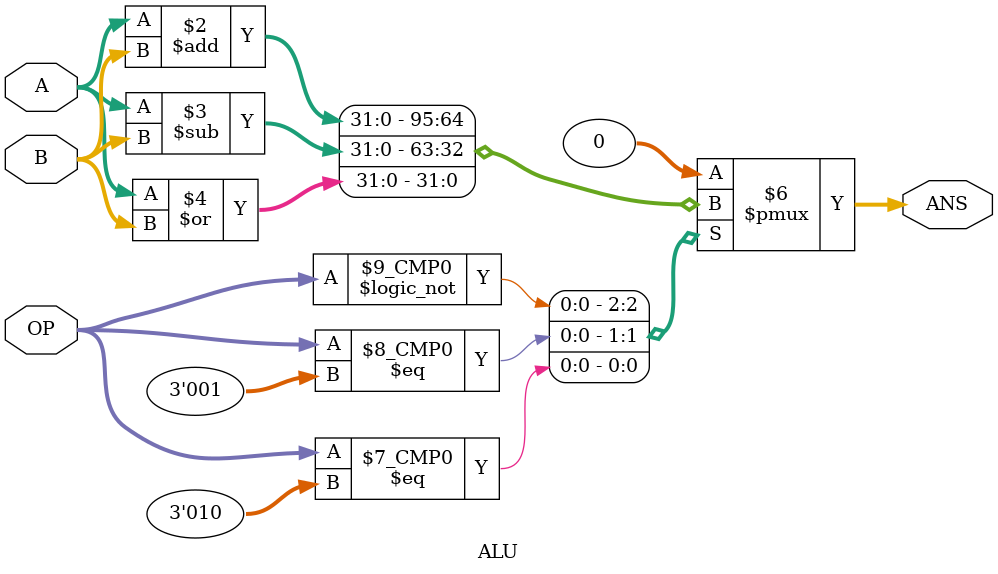
<source format=v>
`timescale 1ns / 1ps
module ALU(
    input [31:0] A,
    input [31:0] B,
    input [2:0] OP,
    output reg [31:0] ANS
    );
    always@(*)
    	begin
            case(OP)
                3'b000:ANS=A+B;
                3'b001:ANS=A-B;
                3'b010:ANS=A|B;
                default:ANS=32'd0;
            endcase
        end  

endmodule
</source>
